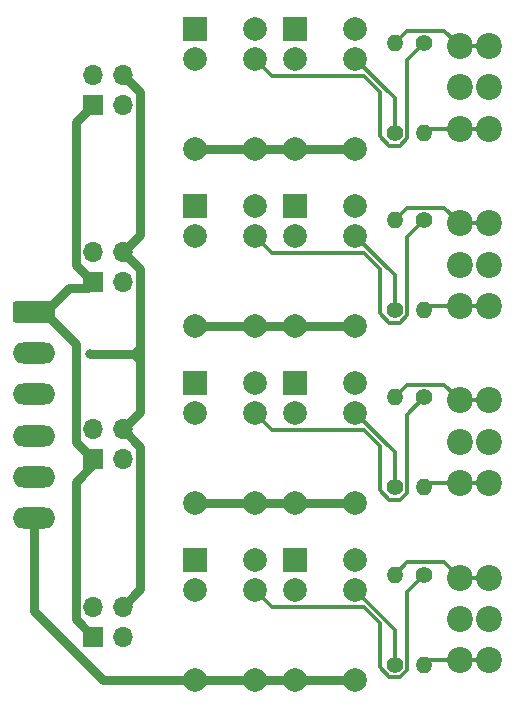
<source format=gbr>
%TF.GenerationSoftware,KiCad,Pcbnew,8.0.5*%
%TF.CreationDate,2025-06-13T10:46:21+02:00*%
%TF.ProjectId,elektroFrogExtensionTHT,656c656b-7472-46f4-9672-6f6745787465,rev?*%
%TF.SameCoordinates,Original*%
%TF.FileFunction,Copper,L1,Top*%
%TF.FilePolarity,Positive*%
%FSLAX46Y46*%
G04 Gerber Fmt 4.6, Leading zero omitted, Abs format (unit mm)*
G04 Created by KiCad (PCBNEW 8.0.5) date 2025-06-13 10:46:21*
%MOMM*%
%LPD*%
G01*
G04 APERTURE LIST*
G04 Aperture macros list*
%AMRoundRect*
0 Rectangle with rounded corners*
0 $1 Rounding radius*
0 $2 $3 $4 $5 $6 $7 $8 $9 X,Y pos of 4 corners*
0 Add a 4 corners polygon primitive as box body*
4,1,4,$2,$3,$4,$5,$6,$7,$8,$9,$2,$3,0*
0 Add four circle primitives for the rounded corners*
1,1,$1+$1,$2,$3*
1,1,$1+$1,$4,$5*
1,1,$1+$1,$6,$7*
1,1,$1+$1,$8,$9*
0 Add four rect primitives between the rounded corners*
20,1,$1+$1,$2,$3,$4,$5,0*
20,1,$1+$1,$4,$5,$6,$7,0*
20,1,$1+$1,$6,$7,$8,$9,0*
20,1,$1+$1,$8,$9,$2,$3,0*%
G04 Aperture macros list end*
%TA.AperFunction,ComponentPad*%
%ADD10R,2.000000X2.000000*%
%TD*%
%TA.AperFunction,ComponentPad*%
%ADD11C,2.000000*%
%TD*%
%TA.AperFunction,ComponentPad*%
%ADD12C,2.200000*%
%TD*%
%TA.AperFunction,ComponentPad*%
%ADD13C,1.400000*%
%TD*%
%TA.AperFunction,ComponentPad*%
%ADD14O,1.400000X1.400000*%
%TD*%
%TA.AperFunction,ComponentPad*%
%ADD15R,1.700000X1.700000*%
%TD*%
%TA.AperFunction,ComponentPad*%
%ADD16O,1.700000X1.700000*%
%TD*%
%TA.AperFunction,ComponentPad*%
%ADD17RoundRect,0.250000X-1.550000X0.650000X-1.550000X-0.650000X1.550000X-0.650000X1.550000X0.650000X0*%
%TD*%
%TA.AperFunction,ComponentPad*%
%ADD18O,3.600000X1.800000*%
%TD*%
%TA.AperFunction,ViaPad*%
%ADD19C,0.800000*%
%TD*%
%TA.AperFunction,Conductor*%
%ADD20C,0.300000*%
%TD*%
%TA.AperFunction,Conductor*%
%ADD21C,0.800000*%
%TD*%
G04 APERTURE END LIST*
D10*
%TO.P,K6,1*%
%TO.N,unconnected-(K6-Pad1)*%
X214092500Y-108542500D03*
D11*
%TO.P,K6,2*%
%TO.N,+12V*%
X214092500Y-111082500D03*
%TO.P,K6,5*%
%TO.N,/frog/Frog3*%
X214092500Y-118702500D03*
%TO.P,K6,6*%
X219172500Y-118702500D03*
%TO.P,K6,9*%
%TO.N,Net-(K6-Pad9)*%
X219172500Y-111082500D03*
%TO.P,K6,10*%
%TO.N,Net-(J501-Pin_2)*%
X219172500Y-108542500D03*
%TD*%
D12*
%TO.P,J702,1,Pin_1*%
%TO.N,/relay4/Coil2*%
X236500000Y-125000000D03*
X239000000Y-125000000D03*
%TO.P,J702,2,Pin_2*%
%TO.N,+12V*%
X236500000Y-128500000D03*
X239000000Y-128500000D03*
%TO.P,J702,3,Pin_3*%
%TO.N,/relay4/Coil1*%
X236500000Y-132000000D03*
X239000000Y-132000000D03*
%TD*%
D10*
%TO.P,K5,1*%
%TO.N,unconnected-(K5-Pad1)*%
X222592500Y-108542500D03*
D11*
%TO.P,K5,2*%
%TO.N,+12V*%
X222592500Y-111082500D03*
%TO.P,K5,5*%
%TO.N,/frog/Frog3*%
X222592500Y-118702500D03*
%TO.P,K5,6*%
X227672500Y-118702500D03*
%TO.P,K5,9*%
%TO.N,Net-(K5-Pad9)*%
X227672500Y-111082500D03*
%TO.P,K5,10*%
%TO.N,Net-(J501-Pin_3)*%
X227672500Y-108542500D03*
%TD*%
D13*
%TO.P,R302,1*%
%TO.N,Net-(K3-Pad9)*%
X231000000Y-102376000D03*
D14*
%TO.P,R302,2*%
%TO.N,/relay2/Coil2*%
X231000000Y-94756000D03*
%TD*%
D10*
%TO.P,K4,1*%
%TO.N,unconnected-(K4-Pad1)*%
X214092500Y-93542500D03*
D11*
%TO.P,K4,2*%
%TO.N,+12V*%
X214092500Y-96082500D03*
%TO.P,K4,5*%
%TO.N,/frog/Frog2*%
X214092500Y-103702500D03*
%TO.P,K4,6*%
X219172500Y-103702500D03*
%TO.P,K4,9*%
%TO.N,Net-(K4-Pad9)*%
X219172500Y-96082500D03*
%TO.P,K4,10*%
%TO.N,Net-(J301-Pin_2)*%
X219172500Y-93542500D03*
%TD*%
D15*
%TO.P,J701,1,Pin_1*%
%TO.N,DCC_A*%
X205500000Y-130000000D03*
D16*
%TO.P,J701,2,Pin_2*%
%TO.N,Net-(J701-Pin_2)*%
X205500000Y-127460000D03*
%TO.P,J701,3,Pin_3*%
%TO.N,Net-(J701-Pin_3)*%
X208040000Y-130000000D03*
%TO.P,J701,4,Pin_4*%
%TO.N,DCC_B*%
X208040000Y-127460000D03*
%TD*%
D13*
%TO.P,R701,1*%
%TO.N,Net-(K8-Pad9)*%
X233500000Y-124756000D03*
D14*
%TO.P,R701,2*%
%TO.N,/relay4/Coil1*%
X233500000Y-132376000D03*
%TD*%
D17*
%TO.P,J401,1,Pin_1*%
%TO.N,DCC_A*%
X200432500Y-102500000D03*
D18*
%TO.P,J401,2,Pin_2*%
%TO.N,DCC_B*%
X200432500Y-106000000D03*
%TO.P,J401,3,Pin_3*%
%TO.N,/frog/Frog1*%
X200432500Y-109500000D03*
%TO.P,J401,4,Pin_4*%
%TO.N,/frog/Frog2*%
X200432500Y-113000000D03*
%TO.P,J401,5,Pin_5*%
%TO.N,/frog/Frog3*%
X200432500Y-116500000D03*
%TO.P,J401,6,Pin_6*%
%TO.N,/frog/Frog4*%
X200432500Y-120000000D03*
%TD*%
D13*
%TO.P,R501,1*%
%TO.N,Net-(K6-Pad9)*%
X233500000Y-109756000D03*
D14*
%TO.P,R501,2*%
%TO.N,/relay3/Coil1*%
X233500000Y-117376000D03*
%TD*%
D13*
%TO.P,R202,1*%
%TO.N,Net-(K1-Pad9)*%
X231000000Y-87376000D03*
D14*
%TO.P,R202,2*%
%TO.N,/relay1/Coil2*%
X231000000Y-79756000D03*
%TD*%
D10*
%TO.P,K3,1*%
%TO.N,unconnected-(K3-Pad1)*%
X222592500Y-93542500D03*
D11*
%TO.P,K3,2*%
%TO.N,+12V*%
X222592500Y-96082500D03*
%TO.P,K3,5*%
%TO.N,/frog/Frog2*%
X222592500Y-103702500D03*
%TO.P,K3,6*%
X227672500Y-103702500D03*
%TO.P,K3,9*%
%TO.N,Net-(K3-Pad9)*%
X227672500Y-96082500D03*
%TO.P,K3,10*%
%TO.N,Net-(J301-Pin_3)*%
X227672500Y-93542500D03*
%TD*%
D13*
%TO.P,R301,1*%
%TO.N,Net-(K4-Pad9)*%
X233500000Y-94756000D03*
D14*
%TO.P,R301,2*%
%TO.N,/relay2/Coil1*%
X233500000Y-102376000D03*
%TD*%
D15*
%TO.P,J501,1,Pin_1*%
%TO.N,DCC_A*%
X205500000Y-115000000D03*
D16*
%TO.P,J501,2,Pin_2*%
%TO.N,Net-(J501-Pin_2)*%
X205500000Y-112460000D03*
%TO.P,J501,3,Pin_3*%
%TO.N,Net-(J501-Pin_3)*%
X208040000Y-115000000D03*
%TO.P,J501,4,Pin_4*%
%TO.N,DCC_B*%
X208040000Y-112460000D03*
%TD*%
D10*
%TO.P,K8,1*%
%TO.N,unconnected-(K8-Pad1)*%
X214092500Y-123542500D03*
D11*
%TO.P,K8,2*%
%TO.N,+12V*%
X214092500Y-126082500D03*
%TO.P,K8,5*%
%TO.N,/frog/Frog4*%
X214092500Y-133702500D03*
%TO.P,K8,6*%
X219172500Y-133702500D03*
%TO.P,K8,9*%
%TO.N,Net-(K8-Pad9)*%
X219172500Y-126082500D03*
%TO.P,K8,10*%
%TO.N,Net-(J701-Pin_2)*%
X219172500Y-123542500D03*
%TD*%
D10*
%TO.P,K2,1*%
%TO.N,unconnected-(K2-Pad1)*%
X214092500Y-78542500D03*
D11*
%TO.P,K2,2*%
%TO.N,+12V*%
X214092500Y-81082500D03*
%TO.P,K2,5*%
%TO.N,/frog/Frog1*%
X214092500Y-88702500D03*
%TO.P,K2,6*%
X219172500Y-88702500D03*
%TO.P,K2,9*%
%TO.N,Net-(K2-Pad9)*%
X219172500Y-81082500D03*
%TO.P,K2,10*%
%TO.N,Net-(J201-Pin_2)*%
X219172500Y-78542500D03*
%TD*%
D10*
%TO.P,K1,1*%
%TO.N,unconnected-(K1-Pad1)*%
X222592500Y-78542500D03*
D11*
%TO.P,K1,2*%
%TO.N,+12V*%
X222592500Y-81082500D03*
%TO.P,K1,5*%
%TO.N,/frog/Frog1*%
X222592500Y-88702500D03*
%TO.P,K1,6*%
X227672500Y-88702500D03*
%TO.P,K1,9*%
%TO.N,Net-(K1-Pad9)*%
X227672500Y-81082500D03*
%TO.P,K1,10*%
%TO.N,Net-(J201-Pin_3)*%
X227672500Y-78542500D03*
%TD*%
D12*
%TO.P,J302,1,Pin_1*%
%TO.N,/relay2/Coil2*%
X236500000Y-95000000D03*
X239000000Y-95000000D03*
%TO.P,J302,2,Pin_2*%
%TO.N,+12V*%
X236500000Y-98500000D03*
X239000000Y-98500000D03*
%TO.P,J302,3,Pin_3*%
%TO.N,/relay2/Coil1*%
X236500000Y-102000000D03*
X239000000Y-102000000D03*
%TD*%
D10*
%TO.P,K7,1*%
%TO.N,unconnected-(K7-Pad1)*%
X222592500Y-123542500D03*
D11*
%TO.P,K7,2*%
%TO.N,+12V*%
X222592500Y-126082500D03*
%TO.P,K7,5*%
%TO.N,/frog/Frog4*%
X222592500Y-133702500D03*
%TO.P,K7,6*%
X227672500Y-133702500D03*
%TO.P,K7,9*%
%TO.N,Net-(K7-Pad9)*%
X227672500Y-126082500D03*
%TO.P,K7,10*%
%TO.N,Net-(J701-Pin_3)*%
X227672500Y-123542500D03*
%TD*%
D15*
%TO.P,J201,1,Pin_1*%
%TO.N,DCC_A*%
X205500000Y-85000000D03*
D16*
%TO.P,J201,2,Pin_2*%
%TO.N,Net-(J201-Pin_2)*%
X205500000Y-82460000D03*
%TO.P,J201,3,Pin_3*%
%TO.N,Net-(J201-Pin_3)*%
X208040000Y-85000000D03*
%TO.P,J201,4,Pin_4*%
%TO.N,DCC_B*%
X208040000Y-82460000D03*
%TD*%
D15*
%TO.P,J301,1,Pin_1*%
%TO.N,DCC_A*%
X205500000Y-100000000D03*
D16*
%TO.P,J301,2,Pin_2*%
%TO.N,Net-(J301-Pin_2)*%
X205500000Y-97460000D03*
%TO.P,J301,3,Pin_3*%
%TO.N,Net-(J301-Pin_3)*%
X208040000Y-100000000D03*
%TO.P,J301,4,Pin_4*%
%TO.N,DCC_B*%
X208040000Y-97460000D03*
%TD*%
D12*
%TO.P,J502,1,Pin_1*%
%TO.N,/relay3/Coil2*%
X236500000Y-110000000D03*
X239000000Y-110000000D03*
%TO.P,J502,2,Pin_2*%
%TO.N,+12V*%
X236500000Y-113500000D03*
X239000000Y-113500000D03*
%TO.P,J502,3,Pin_3*%
%TO.N,/relay3/Coil1*%
X236500000Y-117000000D03*
X239000000Y-117000000D03*
%TD*%
D13*
%TO.P,R201,1*%
%TO.N,Net-(K2-Pad9)*%
X233500000Y-79756000D03*
D14*
%TO.P,R201,2*%
%TO.N,/relay1/Coil1*%
X233500000Y-87376000D03*
%TD*%
D13*
%TO.P,R502,1*%
%TO.N,Net-(K5-Pad9)*%
X231000000Y-117376000D03*
D14*
%TO.P,R502,2*%
%TO.N,/relay3/Coil2*%
X231000000Y-109756000D03*
%TD*%
D12*
%TO.P,J202,1,Pin_1*%
%TO.N,/relay1/Coil2*%
X236500000Y-80000000D03*
X239000000Y-80000000D03*
%TO.P,J202,2,Pin_2*%
%TO.N,+12V*%
X236500000Y-83500000D03*
X239000000Y-83500000D03*
%TO.P,J202,3,Pin_3*%
%TO.N,/relay1/Coil1*%
X236500000Y-87000000D03*
X239000000Y-87000000D03*
%TD*%
D13*
%TO.P,R702,1*%
%TO.N,Net-(K7-Pad9)*%
X231000000Y-132376000D03*
D14*
%TO.P,R702,2*%
%TO.N,/relay4/Coil2*%
X231000000Y-124756000D03*
%TD*%
D19*
%TO.N,DCC_B*%
X205232000Y-106045000D03*
%TD*%
D20*
%TO.N,/relay1/Coil2*%
X235206000Y-78706000D02*
X232050000Y-78706000D01*
X239000000Y-80000000D02*
X236500000Y-80000000D01*
X236500000Y-80000000D02*
X235206000Y-78706000D01*
X232050000Y-78706000D02*
X231000000Y-79756000D01*
%TO.N,/relay1/Coil1*%
X233876000Y-87000000D02*
X233500000Y-87376000D01*
X239000000Y-87000000D02*
X233876000Y-87000000D01*
%TO.N,/relay2/Coil2*%
X236500000Y-95000000D02*
X235206000Y-93706000D01*
X232050000Y-93706000D02*
X231000000Y-94756000D01*
X235206000Y-93706000D02*
X232050000Y-93706000D01*
X239000000Y-95000000D02*
X236500000Y-95000000D01*
%TO.N,/relay2/Coil1*%
X239000000Y-102000000D02*
X233876000Y-102000000D01*
X233876000Y-102000000D02*
X233500000Y-102376000D01*
%TO.N,/relay3/Coil1*%
X233876000Y-117000000D02*
X233500000Y-117376000D01*
X239000000Y-117000000D02*
X233876000Y-117000000D01*
%TO.N,/relay3/Coil2*%
X239000000Y-110000000D02*
X236500000Y-110000000D01*
X236500000Y-110000000D02*
X235206000Y-108706000D01*
X232050000Y-108706000D02*
X231000000Y-109756000D01*
X235206000Y-108706000D02*
X232050000Y-108706000D01*
%TO.N,/relay4/Coil1*%
X239000000Y-132000000D02*
X233876000Y-132000000D01*
X233876000Y-132000000D02*
X233500000Y-132376000D01*
%TO.N,/relay4/Coil2*%
X232050000Y-123706000D02*
X231000000Y-124756000D01*
X235206000Y-123706000D02*
X232050000Y-123706000D01*
X236500000Y-125000000D02*
X235206000Y-123706000D01*
X239000000Y-125000000D02*
X236500000Y-125000000D01*
D21*
%TO.N,DCC_A*%
X204050000Y-105537000D02*
X204050000Y-113550000D01*
X205500000Y-100000000D02*
X205043000Y-100457000D01*
X205500000Y-115000000D02*
X205500000Y-115429000D01*
X200432500Y-102500000D02*
X201306000Y-102500000D01*
X204050000Y-98550000D02*
X204451500Y-98951500D01*
X201306000Y-102500000D02*
X204050000Y-105244000D01*
X205500000Y-85000000D02*
X204050000Y-86450000D01*
X204050000Y-105244000D02*
X204050000Y-105537000D01*
X204050000Y-86450000D02*
X204050000Y-98550000D01*
X204050000Y-113550000D02*
X205500000Y-115000000D01*
X205500000Y-100000000D02*
X205486000Y-100014000D01*
X205043000Y-100457000D02*
X203454000Y-100457000D01*
X201411000Y-102500000D02*
X200432500Y-102500000D01*
X203454000Y-100457000D02*
X201411000Y-102500000D01*
X204050000Y-128550000D02*
X205500000Y-130000000D01*
X204451500Y-98951500D02*
X205500000Y-100000000D01*
X204050000Y-116879000D02*
X204050000Y-128550000D01*
X205500000Y-115429000D02*
X204050000Y-116879000D01*
%TO.N,DCC_B*%
X205232000Y-106045000D02*
X208982000Y-106045000D01*
X209490000Y-105537000D02*
X209490000Y-106553000D01*
X209490000Y-106553000D02*
X209490000Y-111010000D01*
X209490000Y-111010000D02*
X208040000Y-112460000D01*
X208040000Y-112460000D02*
X209490000Y-113910000D01*
X209490000Y-96010000D02*
X208040000Y-97460000D01*
X208982000Y-106045000D02*
X209490000Y-106553000D01*
X209490000Y-98910000D02*
X209490000Y-105537000D01*
X209490000Y-83910000D02*
X209490000Y-96010000D01*
X209490000Y-113910000D02*
X209490000Y-126010000D01*
X208040000Y-82460000D02*
X209490000Y-83910000D01*
X209490000Y-126010000D02*
X208040000Y-127460000D01*
X208982000Y-106045000D02*
X209490000Y-105537000D01*
X208040000Y-97460000D02*
X209490000Y-98910000D01*
%TO.N,/frog/Frog4*%
X214092500Y-133702500D02*
X206302500Y-133702500D01*
X200432500Y-127832500D02*
X200432500Y-120000000D01*
X227672500Y-133702500D02*
X214092500Y-133702500D01*
X206302500Y-133702500D02*
X200432500Y-127832500D01*
%TO.N,/frog/Frog2*%
X227672500Y-103702500D02*
X214092500Y-103702500D01*
%TO.N,/frog/Frog1*%
X227672500Y-88702500D02*
X214092500Y-88702500D01*
%TO.N,/frog/Frog3*%
X227672500Y-118702500D02*
X214092500Y-118702500D01*
D20*
%TO.N,Net-(K1-Pad9)*%
X231000000Y-84410000D02*
X231000000Y-87376000D01*
X227672500Y-81082500D02*
X231000000Y-84410000D01*
%TO.N,Net-(K2-Pad9)*%
X219172500Y-81082500D02*
X220590000Y-82500000D01*
X232050000Y-81206000D02*
X233500000Y-79756000D01*
X232050000Y-87810925D02*
X232050000Y-81206000D01*
X228382894Y-82500000D02*
X229743000Y-83860106D01*
X220590000Y-82500000D02*
X228382894Y-82500000D01*
X229743000Y-87603925D02*
X230565075Y-88426000D01*
X229743000Y-83860106D02*
X229743000Y-87603925D01*
X230565075Y-88426000D02*
X231434925Y-88426000D01*
X231434925Y-88426000D02*
X232050000Y-87810925D01*
%TO.N,Net-(K3-Pad9)*%
X227672500Y-96082500D02*
X231000000Y-99410000D01*
X231000000Y-99410000D02*
X231000000Y-102376000D01*
%TO.N,Net-(K4-Pad9)*%
X219172500Y-96082500D02*
X220590000Y-97500000D01*
X231434925Y-103426000D02*
X232050000Y-102810925D01*
X232050000Y-102810925D02*
X232050000Y-96206000D01*
X220590000Y-97500000D02*
X228382894Y-97500000D01*
X229743000Y-102603925D02*
X230565075Y-103426000D01*
X228382894Y-97500000D02*
X229743000Y-98860106D01*
X229743000Y-98860106D02*
X229743000Y-102603925D01*
X230565075Y-103426000D02*
X231434925Y-103426000D01*
X232050000Y-96206000D02*
X233500000Y-94756000D01*
%TO.N,Net-(K5-Pad9)*%
X227672500Y-111082500D02*
X231000000Y-114410000D01*
X231000000Y-114410000D02*
X231000000Y-117376000D01*
%TO.N,Net-(K6-Pad9)*%
X230565075Y-118426000D02*
X231434925Y-118426000D01*
X228382894Y-112500000D02*
X229743000Y-113860106D01*
X232050000Y-117810925D02*
X232050000Y-111206000D01*
X231434925Y-118426000D02*
X232050000Y-117810925D01*
X232050000Y-111206000D02*
X233500000Y-109756000D01*
X219172500Y-111082500D02*
X220590000Y-112500000D01*
X229743000Y-117603925D02*
X230565075Y-118426000D01*
X229743000Y-113860106D02*
X229743000Y-117603925D01*
X220590000Y-112500000D02*
X228382894Y-112500000D01*
%TO.N,Net-(K7-Pad9)*%
X227672500Y-126082500D02*
X231000000Y-129410000D01*
X231000000Y-129410000D02*
X231000000Y-132376000D01*
%TO.N,Net-(K8-Pad9)*%
X231434925Y-133426000D02*
X232050000Y-132810925D01*
X228382894Y-127500000D02*
X229743000Y-128860106D01*
X232050000Y-126206000D02*
X233500000Y-124756000D01*
X219172500Y-126082500D02*
X220590000Y-127500000D01*
X220590000Y-127500000D02*
X228382894Y-127500000D01*
X229743000Y-128860106D02*
X229743000Y-132603925D01*
X232050000Y-132810925D02*
X232050000Y-126206000D01*
X230565075Y-133426000D02*
X231434925Y-133426000D01*
X229743000Y-132603925D02*
X230565075Y-133426000D01*
%TD*%
M02*

</source>
